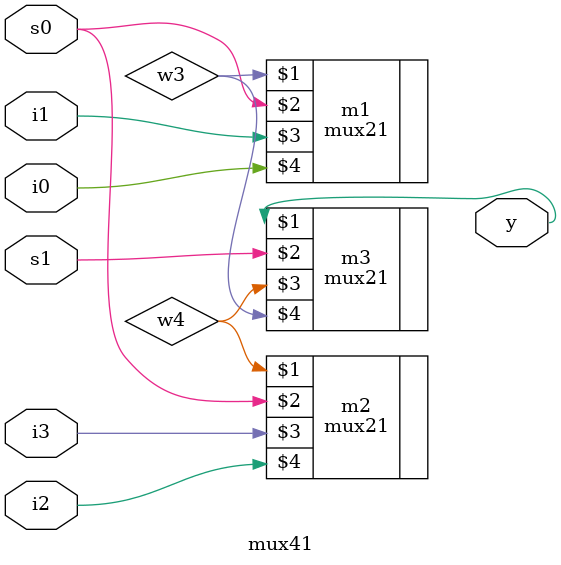
<source format=v>
`include "mux21.v"
module mux41(y, s0, s1, i0, i1, i2, i3);
		output y;
		input s0, s1, i0, i1, i2, i3;
		
		mux21 m1 (w3, s0, i1, i0);
		mux21 m2 (w4, s0, i3, i2);
		mux21 m3 (y, s1, w4, w3);
		
endmodule

</source>
